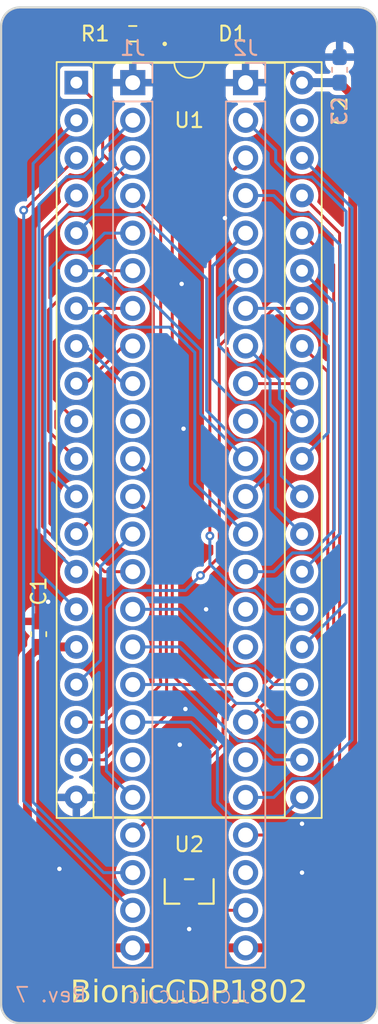
<source format=kicad_pcb>
(kicad_pcb (version 20240108) (generator "pcbnew") (generator_version "8.0")
  (title_block (title "BionicCDP1802") (date "2024-12-10") (rev "7") (company "Tadashi G. Takaoka"))
  (layers (0 "F.Cu" signal) (31 "B.Cu" signal) (34 "B.Paste" user) (35 "F.Paste" user) (36 "B.SilkS" user "B.Silkscreen") (37 "F.SilkS" user "F.Silkscreen") (38 "B.Mask" user) (39 "F.Mask" user) (44 "Edge.Cuts" user))
  (net 0 "")
  (net 1 "VCC")
  (net 2 "GND")
  (net 3 "Net-(D1-K)")
  (net 4 "/P10")
  (net 5 "/P11")
  (net 6 "/P12")
  (net 7 "/P13")
  (net 8 "/P14")
  (net 9 "/P15")
  (net 10 "/P16")
  (net 11 "/P17")
  (net 13 "/P30")
  (net 14 "/P31")
  (net 15 "/P32")
  (net 16 "/P33")
  (net 17 "/P34")
  (net 18 "/P35")
  (net 19 "/P36")
  (net 20 "/P37")
  (net 22 "/P50")
  (net 23 "/P51")
  (net 24 "/P52")
  (net 25 "/P53")
  (net 26 "Net-(J2-P57)")
  (net 28 "/P55")
  (net 29 "/P54")
  (net 31 "/P47")
  (net 32 "/P46")
  (net 35 "/P43")
  (net 36 "/P42")
  (net 37 "/P41")
  (net 38 "/P40")
  (net 40 "/P27")
  (net 41 "/P26")
  (net 42 "/P25")
  (net 43 "/P24")
  (net 44 "/P23")
  (net 45 "/P22")
  (net 46 "/P21")
  (net 47 "/P20")
  (footprint "microchip:SOT-23_MC_MCH-M" (layer "F.Cu") (at 113.7 129.69 180)
    (property "Reference" "U2" (at 0 3.175 0) (layer "F.SilkS"))
    (property "Value" "11AA010-I/TT")
    (fp_line (start 1.652 0.827) (end 1.652 -0.827) (stroke (width 0.1524)) (layer "F.SilkS"))
    (fp_line (start 1.652 -0.827) (end 0.66294 -0.827) (stroke (width 0.1524)) (layer "F.SilkS"))
    (fp_line (start -0.287061 0.827) (end 0.287061 0.827) (stroke (width 0.1524)) (layer "F.SilkS"))
    (fp_line (start -0.66294 -0.827) (end -1.652 -0.827) (stroke (width 0.1524)) (layer "F.SilkS"))
    (fp_line (start -1.652 -0.827) (end -1.652 0.827) (stroke (width 0.1524)) (layer "F.SilkS"))
    (pad "1" smd rect (at -0.950001 1.066 180) (size 0.6604 1.6256) (layers "F.Cu" "F.Paste" "F.Mask") (net 26 "Net-(J2-P57)"))
    (pad "2" smd rect (at 0.950001 1.066 180) (size 0.6604 1.6256) (layers "F.Cu" "F.Paste" "F.Mask") (net 1 "VCC"))
    (pad "3" smd rect (at 0 -1.066 180) (size 0.6604 1.6256) (layers "F.Cu" "F.Paste" "F.Mask") (net 2 "GND"))
  )
  (footprint "Resistor_SMD:R_0603_1608Metric_Pad0.98x0.95mm_HandSolder" (layer "F.Cu") (at 109.89 71.778 180)
    (property "Reference" "R1" (at 2.54 0 0) (layer "F.SilkS"))
    (property "Value" "1.6k")
    (fp_line (start -0.254724 0.5225) (end 0.254724 0.5225) (stroke (width 0.12)) (layer "F.SilkS"))
    (fp_line (start -0.254724 -0.5225) (end 0.254724 -0.5225) (stroke (width 0.12)) (layer "F.SilkS"))
    (pad "1" smd roundrect (at -0.9125 0 180) (size 0.975 0.95) (layers "F.Cu" "F.Paste" "F.Mask") (net 3 "Net-(D1-K)"))
    (pad "2" smd roundrect (at 0.9125 0 180) (size 0.975 0.95) (layers "F.Cu" "F.Paste" "F.Mask") (net 2 "GND"))
  )
  (footprint "rhom:LED_CSL1901UW1_ROM-M" (layer "F.Cu") (at 113.7 71.778)
    (property "Reference" "D1" (at 2.921 0 0) (layer "F.SilkS"))
    (property "Value" "CSL1901UW1")
    (fp_circle (center -1.651 0.6858) (end -1.5748 0.6858) (stroke (width 0.1524)) (fill none) (layer "F.SilkS"))
    (pad "1" smd rect (at -0.8763 0) (size 0.9652 0.762) (layers "F.Cu" "F.Paste" "F.Mask") (net 3 "Net-(D1-K)"))
    (pad "2" smd rect (at 0.8763 0) (size 0.9652 0.762) (layers "F.Cu" "F.Paste" "F.Mask") (net 1 "VCC"))
    (zone (net 0) (net_name "") (layer "F.Cu") (connect_pads (clearance 0)) (min_thickness 0.254)
      (keepout (tracks not_allowed) (vias not_allowed) (pads allowed) (copperpour not_allowed) (footprints allowed))
      (fill (thermal_gap 0.508) (thermal_bridge_width 0.508))
      (polygon (pts (xy 113.3571 71.4224) (xy 114.0429 71.4224) (xy 114.0429 72.1336) (xy 113.3571 72.1336)))
    )
  )
  (footprint "Capacitor_SMD:C_0603_1608Metric_Pad1.08x0.95mm_HandSolder" (layer "F.Cu") (at 103.54 112.3175 90)
    (property "Reference" "C1" (at 2.8945 0 90) (layer "F.SilkS"))
    (property "Value" "0.1u")
    (fp_line (start -0.146267 -0.51) (end 0.146267 -0.51) (stroke (width 0.12)) (layer "F.SilkS"))
    (fp_line (start -0.146267 0.51) (end 0.146267 0.51) (stroke (width 0.12)) (layer "F.SilkS"))
    (pad "1" smd roundrect (at -0.8625 0 90) (size 1.075 0.95) (layers "F.Cu" "F.Paste" "F.Mask") (net 1 "VCC"))
    (pad "2" smd roundrect (at 0.8625 0 90) (size 1.075 0.95) (layers "F.Cu" "F.Paste" "F.Mask") (net 2 "GND"))
  )
  (footprint "Capacitor_SMD:C_0603_1608Metric_Pad1.08x0.95mm_HandSolder" (layer "F.Cu") (at 123.86 74.2164 90)
    (property "Reference" "C2" (at -2.794 0 90) (layer "F.SilkS"))
    (property "Value" "22u")
    (fp_line (start -0.146267 -0.51) (end 0.146267 -0.51) (stroke (width 0.12)) (layer "F.SilkS"))
    (fp_line (start -0.146267 0.51) (end 0.146267 0.51) (stroke (width 0.12)) (layer "F.SilkS"))
    (pad "1" smd roundrect (at -0.8625 0 90) (size 1.075 0.95) (layers "F.Cu" "F.Paste" "F.Mask") (net 1 "VCC"))
    (pad "2" smd roundrect (at 0.8625 0 90) (size 1.075 0.95) (layers "F.Cu" "F.Paste" "F.Mask") (net 2 "GND"))
  )
  (footprint "bionic:DIP-40_W15.24mm_Socket" (layer "F.Cu") (at 106.08 75.08)
    (property "Reference" "U1" (at 7.62 2.54 0) (layer "F.SilkS"))
    (property "Value" "CDP1802")
    (fp_line (start -1.33 -1.39) (end -1.33 49.65) (stroke (width 0.12)) (layer "F.SilkS"))
    (fp_line (start -1.33 49.65) (end 16.57 49.65) (stroke (width 0.12)) (layer "F.SilkS"))
    (fp_line (start 1.16 -1.33) (end 1.16 49.59) (stroke (width 0.12)) (layer "F.SilkS"))
    (fp_line (start 1.16 49.59) (end 14.08 49.59) (stroke (width 0.12)) (layer "F.SilkS"))
    (fp_line (start 6.62 -1.33) (end 1.16 -1.33) (stroke (width 0.12)) (layer "F.SilkS"))
    (fp_line (start 14.08 -1.33) (end 8.62 -1.33) (stroke (width 0.12)) (layer "F.SilkS"))
    (fp_line (start 14.08 49.59) (end 14.08 -1.33) (stroke (width 0.12)) (layer "F.SilkS"))
    (fp_line (start 16.57 -1.39) (end -1.33 -1.39) (stroke (width 0.12)) (layer "F.SilkS"))
    (fp_line (start 16.57 49.65) (end 16.57 -1.39) (stroke (width 0.12)) (layer "F.SilkS"))
    (fp_arc (start 8.62 -1.33) (mid 7.62 -0.33) (end 6.62 -1.33) (stroke (width 0.12)) (layer "F.SilkS"))
    (pad "1" thru_hole rect (at 0 0) (size 1.6 1.6) (drill 0.8) (layers "*.Cu" "*.Mask") (net 32 "/P46"))
    (pad "2" thru_hole oval (at 0 2.54) (size 1.6 1.6) (drill 0.8) (layers "*.Cu" "*.Mask") (net 24 "/P52"))
    (pad "3" thru_hole oval (at 0 5.08) (size 1.6 1.6) (drill 0.8) (layers "*.Cu" "*.Mask") (net 25 "/P53"))
    (pad "4" thru_hole oval (at 0 7.62) (size 1.6 1.6) (drill 0.8) (layers "*.Cu" "*.Mask") (net 16 "/P33"))
    (pad "5" thru_hole oval (at 0 10.16) (size 1.6 1.6) (drill 0.8) (layers "*.Cu" "*.Mask") (net 37 "/P41"))
    (pad "6" thru_hole oval (at 0 12.7) (size 1.6 1.6) (drill 0.8) (layers "*.Cu" "*.Mask") (net 38 "/P40"))
    (pad "7" thru_hole oval (at 0 15.24) (size 1.6 1.6) (drill 0.8) (layers "*.Cu" "*.Mask") (net 36 "/P42"))
    (pad "8" thru_hole oval (at 0 17.78) (size 1.6 1.6) (drill 0.8) (layers "*.Cu" "*.Mask") (net 11 "/P17"))
    (pad "9" thru_hole oval (at 0 20.32) (size 1.6 1.6) (drill 0.8) (layers "*.Cu" "*.Mask") (net 10 "/P16"))
    (pad "10" thru_hole oval (at 0 22.86) (size 1.6 1.6) (drill 0.8) (layers "*.Cu" "*.Mask") (net 9 "/P15"))
    (pad "11" thru_hole oval (at 0 25.4) (size 1.6 1.6) (drill 0.8) (layers "*.Cu" "*.Mask") (net 8 "/P14"))
    (pad "12" thru_hole oval (at 0 27.94) (size 1.6 1.6) (drill 0.8) (layers "*.Cu" "*.Mask") (net 7 "/P13"))
    (pad "13" thru_hole oval (at 0 30.48) (size 1.6 1.6) (drill 0.8) (layers "*.Cu" "*.Mask") (net 6 "/P12"))
    (pad "14" thru_hole oval (at 0 33.02) (size 1.6 1.6) (drill 0.8) (layers "*.Cu" "*.Mask") (net 5 "/P11"))
    (pad "15" thru_hole oval (at 0 35.56) (size 1.6 1.6) (drill 0.8) (layers "*.Cu" "*.Mask") (net 4 "/P10"))
    (pad "16" thru_hole oval (at 0 38.1) (size 1.6 1.6) (drill 0.8) (layers "*.Cu" "*.Mask") (net 1 "VCC"))
    (pad "17" thru_hole oval (at 0 40.64) (size 1.6 1.6) (drill 0.8) (layers "*.Cu" "*.Mask") (net 15 "/P32"))
    (pad "18" thru_hole oval (at 0 43.18) (size 1.6 1.6) (drill 0.8) (layers "*.Cu" "*.Mask") (net 14 "/P31"))
    (pad "19" thru_hole oval (at 0 45.72) (size 1.6 1.6) (drill 0.8) (layers "*.Cu" "*.Mask") (net 13 "/P30"))
    (pad "20" thru_hole oval (at 0 48.26) (size 1.6 1.6) (drill 0.8) (layers "*.Cu" "*.Mask") (net 2 "GND"))
    (pad "21" thru_hole oval (at 15.24 48.26) (size 1.6 1.6) (drill 0.8) (layers "*.Cu" "*.Mask") (net 20 "/P37"))
    (pad "22" thru_hole oval (at 15.24 45.72) (size 1.6 1.6) (drill 0.8) (layers "*.Cu" "*.Mask") (net 19 "/P36"))
    (pad "23" thru_hole oval (at 15.24 43.18) (size 1.6 1.6) (drill 0.8) (layers "*.Cu" "*.Mask") (net 18 "/P35"))
    (pad "24" thru_hole oval (at 15.24 40.64) (size 1.6 1.6) (drill 0.8) (layers "*.Cu" "*.Mask") (net 17 "/P34"))
    (pad "25" thru_hole oval (at 15.24 38.1) (size 1.6 1.6) (drill 0.8) (layers "*.Cu" "*.Mask") (net 47 "/P20"))
    (pad "26" thru_hole oval (at 15.24 35.56) (size 1.6 1.6) (drill 0.8) (layers "*.Cu" "*.Mask") (net 46 "/P21"))
    (pad "27" thru_hole oval (at 15.24 33.02) (size 1.6 1.6) (drill 0.8) (layers "*.Cu" "*.Mask") (net 45 "/P22"))
    (pad "28" thru_hole oval (at 15.24 30.48) (size 1.6 1.6) (drill 0.8) (layers "*.Cu" "*.Mask") (net 44 "/P23"))
    (pad "29" thru_hole oval (at 15.24 27.94) (size 1.6 1.6) (drill 0.8) (layers "*.Cu" "*.Mask") (net 43 "/P24"))
    (pad "30" thru_hole oval (at 15.24 25.4) (size 1.6 1.6) (drill 0.8) (layers "*.Cu" "*.Mask") (net 42 "/P25"))
    (pad "31" thru_hole oval (at 15.24 22.86) (size 1.6 1.6) (drill 0.8) (layers "*.Cu" "*.Mask") (net 41 "/P26"))
    (pad "32" thru_hole oval (at 15.24 20.32) (size 1.6 1.6) (drill 0.8) (layers "*.Cu" "*.Mask") (net 40 "/P27"))
    (pad "33" thru_hole oval (at 15.24 17.78) (size 1.6 1.6) (drill 0.8) (layers "*.Cu" "*.Mask") (net 23 "/P51"))
    (pad "34" thru_hole oval (at 15.24 15.24) (size 1.6 1.6) (drill 0.8) (layers "*.Cu" "*.Mask") (net 22 "/P50"))
    (pad "35" thru_hole oval (at 15.24 12.7) (size 1.6 1.6) (drill 0.8) (layers "*.Cu" "*.Mask") (net 35 "/P43"))
    (pad "36" thru_hole oval (at 15.24 10.16) (size 1.6 1.6) (drill 0.8) (layers "*.Cu" "*.Mask") (net 31 "/P47"))
    (pad "37" thru_hole oval (at 15.24 7.62) (size 1.6 1.6) (drill 0.8) (layers "*.Cu" "*.Mask") (net 28 "/P55"))
    (pad "38" thru_hole oval (at 15.24 5.08) (size 1.6 1.6) (drill 0.8) (layers "*.Cu" "*.Mask") (net 29 "/P54"))
    (pad "39" thru_hole oval (at 15.24 2.54) (size 1.6 1.6) (drill 0.8) (layers "*.Cu" "*.Mask"))
    (pad "40" thru_hole oval (at 15.24 0) (size 1.6 1.6) (drill 0.8) (layers "*.Cu" "*.Mask") (net 1 "VCC"))
  )
  (footprint "bionic:Bionic-P245_Vertical" (layer "B.Cu") (at 117.51 75.08 180)
    (property "Reference" "J2" (at 0 2.33 0) (layer "B.SilkS") (effects (justify mirror)))
    (property "Value" "Bionic-P245")
    (fp_line (start 1.33 -1.27) (end -1.33 -1.27) (stroke (width 0.12)) (layer "B.SilkS"))
    (fp_line (start 1.33 -59.75) (end 1.33 -1.27) (stroke (width 0.12)) (layer "B.SilkS"))
    (fp_line (start 1.33 -59.75) (end -1.33 -59.75) (stroke (width 0.12)) (layer "B.SilkS"))
    (fp_line (start 0 1.33) (end -1.33 1.33) (stroke (width 0.12)) (layer "B.SilkS"))
    (fp_line (start -1.33 1.33) (end -1.33 0) (stroke (width 0.12)) (layer "B.SilkS"))
    (fp_line (start -1.33 -59.75) (end -1.33 -1.27) (stroke (width 0.12)) (layer "B.SilkS"))
    (pad "25" thru_hole oval (at 0 -58.42 180) (size 1.7 1.7) (drill 1) (layers "*.Cu" "*.Mask") (net 1 "VCC"))
    (pad "26" thru_hole oval (at 0 -55.88 180) (size 1.7 1.7) (drill 1) (layers "*.Cu" "*.Mask") (net 26 "Net-(J2-P57)"))
    (pad "27" thru_hole oval (at 0 -53.34 180) (size 1.7 1.7) (drill 1) (layers "*.Cu" "*.Mask"))
    (pad "28" thru_hole oval (at 0 -50.8 180) (size 1.7 1.7) (drill 1) (layers "*.Cu" "*.Mask") (net 28 "/P55"))
    (pad "29" thru_hole oval (at 0 -48.26 180) (size 1.7 1.7) (drill 1) (layers "*.Cu" "*.Mask") (net 29 "/P54"))
    (pad "30" thru_hole oval (at 0 -45.72 180) (size 1.7 1.7) (drill 1) (layers "*.Cu" "*.Mask"))
    (pad "31" thru_hole oval (at 0 -43.18 180) (size 1.7 1.7) (drill 1) (layers "*.Cu" "*.Mask") (net 31 "/P47"))
    (pad "32" thru_hole oval (at 0 -40.64 180) (size 1.7 1.7) (drill 1) (layers "*.Cu" "*.Mask") (net 32 "/P46"))
    (pad "33" thru_hole oval (at 0 -38.1 180) (size 1.7 1.7) (drill 1) (layers "*.Cu" "*.Mask"))
    (pad "34" thru_hole oval (at 0 -35.56 180) (size 1.7 1.7) (drill 1) (layers "*.Cu" "*.Mask"))
    (pad "35" thru_hole oval (at 0 -33.02 180) (size 1.7 1.7) (drill 1) (layers "*.Cu" "*.Mask") (net 35 "/P43"))
    (pad "36" thru_hole oval (at 0 -30.48 180) (size 1.7 1.7) (drill 1) (layers "*.Cu" "*.Mask") (net 36 "/P42"))
    (pad "37" thru_hole oval (at 0 -27.94 180) (size 1.7 1.7) (drill 1) (layers "*.Cu" "*.Mask") (net 37 "/P41"))
    (pad "38" thru_hole oval (at 0 -25.4 180) (size 1.7 1.7) (drill 1) (layers "*.Cu" "*.Mask") (net 38 "/P40"))
    (pad "39" thru_hole oval (at 0 -22.86 180) (size 1.7 1.7) (drill 1) (layers "*.Cu" "*.Mask"))
    (pad "40" thru_hole oval (at 0 -20.32 180) (size 1.7 1.7) (drill 1) (layers "*.Cu" "*.Mask") (net 40 "/P27"))
    (pad "41" thru_hole oval (at 0 -17.78 180) (size 1.7 1.7) (drill 1) (layers "*.Cu" "*.Mask") (net 41 "/P26"))
    (pad "42" thru_hole oval (at 0 -15.24 180) (size 1.7 1.7) (drill 1) (layers "*.Cu" "*.Mask") (net 42 "/P25"))
    (pad "43" thru_hole oval (at 0 -12.7 180) (size 1.7 1.7) (drill 1) (layers "*.Cu" "*.Mask") (net 43 "/P24"))
    (pad "44" thru_hole oval (at 0 -10.16 180) (size 1.7 1.7) (drill 1) (layers "*.Cu" "*.Mask") (net 44 "/P23"))
    (pad "45" thru_hole oval (at 0 -7.62 180) (size 1.7 1.7) (drill 1) (layers "*.Cu" "*.Mask") (net 45 "/P22"))
    (pad "46" thru_hole oval (at 0 -5.08 180) (size 1.7 1.7) (drill 1) (layers "*.Cu" "*.Mask") (net 46 "/P21"))
    (pad "47" thru_hole oval (at 0 -2.54 180) (size 1.7 1.7) (drill 1) (layers "*.Cu" "*.Mask") (net 47 "/P20"))
    (pad "48" thru_hole rect (at 0 0 180) (size 1.7 1.7) (drill 1) (layers "*.Cu" "*.Mask") (net 2 "GND"))
  )
  (footprint "bionic:Bionic-P135_Vertical" (layer "B.Cu") (at 109.89 75.08 180)
    (property "Reference" "J1" (at 0 2.33 0) (layer "B.SilkS") (effects (justify mirror)))
    (property "Value" "Bionic-P135")
    (fp_line (start 1.33 -1.27) (end -1.33 -1.27) (stroke (width 0.12)) (layer "B.SilkS"))
    (fp_line (start 1.33 -59.75) (end 1.33 -1.27) (stroke (width 0.12)) (layer "B.SilkS"))
    (fp_line (start 1.33 -59.75) (end -1.33 -59.75) (stroke (width 0.12)) (layer "B.SilkS"))
    (fp_line (start 0 1.33) (end -1.33 1.33) (stroke (width 0.12)) (layer "B.SilkS"))
    (fp_line (start -1.33 1.33) (end -1.33 0) (stroke (width 0.12)) (layer "B.SilkS"))
    (fp_line (start -1.33 -59.75) (end -1.33 -1.27) (stroke (width 0.12)) (layer "B.SilkS"))
    (pad "1" thru_hole rect (at 0 0 180) (size 1.7 1.7) (drill 1) (layers "*.Cu" "*.Mask") (net 2 "GND"))
    (pad "2" thru_hole oval (at 0 -2.54 180) (size 1.7 1.7) (drill 1) (layers "*.Cu" "*.Mask") (net 4 "/P10"))
    (pad "3" thru_hole oval (at 0 -5.08 180) (size 1.7 1.7) (drill 1) (layers "*.Cu" "*.Mask") (net 5 "/P11"))
    (pad "4" thru_hole oval (at 0 -7.62 180) (size 1.7 1.7) (drill 1) (layers "*.Cu" "*.Mask") (net 6 "/P12"))
    (pad "5" thru_hole oval (at 0 -10.16 180) (size 1.7 1.7) (drill 1) (layers "*.Cu" "*.Mask") (net 7 "/P13"))
    (pad "6" thru_hole oval (at 0 -12.7 180) (size 1.7 1.7) (drill 1) (layers "*.Cu" "*.Mask") (net 8 "/P14"))
    (pad "7" thru_hole oval (at 0 -15.24 180) (size 1.7 1.7) (drill 1) (layers "*.Cu" "*.Mask") (net 9 "/P15"))
    (pad "8" thru_hole oval (at 0 -17.78 180) (size 1.7 1.7) (drill 1) (layers "*.Cu" "*.Mask") (net 10 "/P16"))
    (pad "9" thru_hole oval (at 0 -20.32 180) (size 1.7 1.7) (drill 1) (layers "*.Cu" "*.Mask") (net 11 "/P17"))
    (pad "10" thru_hole oval (at 0 -22.86 180) (size 1.7 1.7) (drill 1) (layers "*.Cu" "*.Mask"))
    (pad "11" thru_hole oval (at 0 -25.4 180) (size 1.7 1.7) (drill 1) (layers "*.Cu" "*.Mask") (net 13 "/P30"))
    (pad "12" thru_hole oval (at 0 -27.94 180) (size 1.7 1.7) (drill 1) (layers "*.Cu" "*.Mask") (net 14 "/P31"))
    (pad "13" thru_hole oval (at 0 -30.48 180) (size 1.7 1.7) (drill 1) (layers "*.Cu" "*.Mask") (net 15 "/P32"))
    (pad "14" thru_hole oval (at 0 -33.02 180) (size 1.7 1.7) (drill 1) (layers "*.Cu" "*.Mask") (net 16 "/P33"))
    (pad "15" thru_hole oval (at 0 -35.56 180) (size 1.7 1.7) (drill 1) (layers "*.Cu" "*.Mask") (net 17 "/P34"))
    (pad "16" thru_hole oval (at 0 -38.1 180) (size 1.7 1.7) (drill 1) (layers "*.Cu" "*.Mask") (net 18 "/P35"))
    (pad "17" thru_hole oval (at 0 -40.64 180) (size 1.7 1.7) (drill 1) (layers "*.Cu" "*.Mask") (net 19 "/P36"))
    (pad "18" thru_hole oval (at 0 -43.18 180) (size 1.7 1.7) (drill 1) (layers "*.Cu" "*.Mask") (net 20 "/P37"))
    (pad "19" thru_hole oval (at 0 -45.72 180) (size 1.7 1.7) (drill 1) (layers "*.Cu" "*.Mask"))
    (pad "20" thru_hole oval (at 0 -48.26 180) (size 1.7 1.7) (drill 1) (layers "*.Cu" "*.Mask") (net 22 "/P50"))
    (pad "21" thru_hole oval (at 0 -50.8 180) (size 1.7 1.7) (drill 1) (layers "*.Cu" "*.Mask") (net 23 "/P51"))
    (pad "22" thru_hole oval (at 0 -53.34 180) (size 1.7 1.7) (drill 1) (layers "*.Cu" "*.Mask") (net 24 "/P52"))
    (pad "23" thru_hole oval (at 0 -55.88 180) (size 1.7 1.7) (drill 1) (layers "*.Cu" "*.Mask") (net 25 "/P53"))
    (pad "24" thru_hole oval (at 0 -58.42 180) (size 1.7 1.7) (drill 1) (layers "*.Cu" "*.Mask") (net 1 "VCC"))
  )
  (footprint "Capacitor_SMD:C_0603_1608Metric_Pad1.08x0.95mm_HandSolder" (layer "B.Cu") (at 123.86 74.2164 90)
    (property "Reference" "C3" (at -2.794 0 90) (layer "B.SilkS") (effects (justify mirror)))
    (property "Value" "0.1u")
    (fp_line (start 0.146267 -0.51) (end -0.146267 -0.51) (stroke (width 0.12)) (layer "B.SilkS"))
    (fp_line (start 0.146267 0.51) (end -0.146267 0.51) (stroke (width 0.12)) (layer "B.SilkS"))
    (pad "1" smd roundrect (at -0.8625 0 90) (size 1.075 0.95) (layers "B.Cu" "B.Paste" "B.Mask") (net 1 "VCC"))
    (pad "2" smd roundrect (at 0.8625 0 90) (size 1.075 0.95) (layers "B.Cu" "B.Paste" "B.Mask") (net 2 "GND"))
  )
  (gr_line (start 126.4 71.27) (end 126.4 137.31) (stroke (width 0.15)) (layer "Edge.Cuts"))
  (gr_line (start 125.13 70) (end 102.27 70) (stroke (width 0.15)) (layer "Edge.Cuts"))
  (gr_arc (start 101 71.27) (mid 101.371974 70.371974) (end 102.27 70) (stroke (width 0.15)) (layer "Edge.Cuts"))
  (gr_line (start 125.13 138.58) (end 102.27 138.58) (stroke (width 0.15)) (layer "Edge.Cuts"))
  (gr_arc (start 126.4 137.31) (mid 126.028026 138.208026) (end 125.13 138.58) (stroke (width 0.15)) (layer "Edge.Cuts"))
  (gr_arc (start 125.13 70) (mid 126.028026 70.371974) (end 126.4 71.27) (stroke (width 0.15)) (layer "Edge.Cuts"))
  (gr_line (start 101 137.31) (end 101 71.27) (stroke (width 0.15)) (layer "Edge.Cuts"))
  (gr_arc (start 102.27 138.58) (mid 101.371974 138.208026) (end 101 137.31) (stroke (width 0.15)) (layer "Edge.Cuts"))
  (gr_text "Rev. 7" (at 106.842 136.675 0) (layer "B.SilkS") (effects (font (size 1 1)) (justify left mirror)))
  (gr_text "JLCJLCJLCJLC" (at 113.7 137.31 0) (layer "B.SilkS") (effects (font (size 0.8 0.8)) (justify bottom mirror)))
  (gr_text "BionicCDP1802" (at 113.7 136.548 0) (layer "F.SilkS") (effects (font (size 1.5 1.5))))
  (segment (start 107.096 133.5) (end 102.778 129.182) (width 0.6) (layer "F.Cu") (net 1))
  (segment (start 117.51 133.5) (end 120.431 133.5) (width 0.6) (layer "F.Cu") (net 1))
  (segment (start 109.89 133.5) (end 107.096 133.5) (width 0.6) (layer "F.Cu") (net 1))
  (segment (start 120.431 133.5) (end 124.749 129.182) (width 0.6) (layer "F.Cu") (net 1))
  (segment (start 124.749 129.182) (end 124.749 75.9679) (width 0.6) (layer "F.Cu") (net 1))
  (segment (start 103.54 113.18) (end 106.08 113.18) (width 0.6) (layer "F.Cu") (net 1))
  (segment (start 114.5763 71.778) (end 118.018 71.778) (width 0.2) (layer "F.Cu") (net 1))
  (segment (start 109.89 133.5) (end 112.43 133.5) (width 0.6) (layer "F.Cu") (net 1))
  (segment (start 123.86 75.0789) (end 123.8589 75.08) (width 0.6) (layer "F.Cu") (net 1))
  (segment (start 123.8589 75.08) (end 121.32 75.08) (width 0.6) (layer "F.Cu") (net 1))
  (segment (start 102.778 129.182) (end 102.778 113.942) (width 0.6) (layer "F.Cu") (net 1))
  (segment (start 112.749999 128.624) (end 112.749999 133.5) (width 0.2) (layer "F.Cu") (net 1))
  (segment (start 112.43 133.5) (end 117.51 133.5) (width 0.6) (layer "F.Cu") (net 1))
  (segment (start 124.749 75.9679) (end 123.86 75.0789) (width 0.6) (layer "F.Cu") (net 1))
  (segment (start 118.018 71.778) (end 121.32 75.08) (width 0.2) (layer "F.Cu") (net 1))
  (segment (start 102.778 113.942) (end 103.54 113.18) (width 0.6) (layer "F.Cu") (net 1))
  (segment (start 121.3211 75.0789) (end 121.32 75.08) (width 0.6) (layer "B.Cu") (net 1))
  (segment (start 123.86 75.0789) (end 121.3211 75.0789) (width 0.6) (layer "B.Cu") (net 1))
  (via (at 116.113 84.224) (size 0.6) (drill 0.3) (layers "F.Cu" "B.Cu") (net 2))
  (via (at 113.319 98.448) (size 0.6) (drill 0.3) (layers "F.Cu" "B.Cu") (net 2))
  (via (at 121.32 125.118) (size 0.6) (drill 0.3) (layers "F.Cu" "B.Cu") (net 2))
  (via (at 121.32 128.42) (size 0.6) (drill 0.3) (layers "F.Cu" "B.Cu") (net 2))
  (via (at 114.843 110.64) (size 0.6) (drill 0.3) (layers "F.Cu" "B.Cu") (net 2))
  (via (at 113.192 88.669) (size 0.6) (drill 0.3) (layers "F.Cu" "B.Cu") (net 2))
  (via (at 113.065 119.784) (size 0.6) (drill 0.3) (layers "F.Cu" "B.Cu") (net 2))
  (via (at 104.175 110.132) (size 0.6) (drill 0.3) (layers "F.Cu" "B.Cu") (net 2))
  (via (at 104.937 128.166) (size 0.6) (drill 0.3) (layers "F.Cu" "B.Cu") (net 2))
  (via (at 113.7 132.23) (size 0.6) (drill 0.3) (layers "F.Cu" "B.Cu") (net 2))
  (via (at 113.446 117.371) (size 0.6) (drill 0.3) (layers "F.Cu" "B.Cu") (net 2))
  (segment (start 112.8237 71.778) (end 110.8025 71.778) (width 0.2) (layer "F.Cu") (net 3))
  (segment (start 107.858 80.16) (end 107.858 79.652) (width 0.2) (layer "B.Cu") (net 4))
  (segment (start 103.559 108.119) (end 103.559 83.316) (width 0.2) (layer "B.Cu") (net 4))
  (segment (start 105.445 81.43) (end 106.588 81.43) (width 0.2) (layer "B.Cu") (net 4))
  (segment (start 106.588 81.43) (end 107.858 80.16) (width 0.2) (layer "B.Cu") (net 4))
  (segment (start 103.559 83.316) (end 105.445 81.43) (width 0.2) (layer "B.Cu") (net 4))
  (segment (start 106.08 110.64) (end 103.559 108.119) (width 0.2) (layer "B.Cu") (net 4))
  (segment (start 107.858 79.652) (end 109.89 77.62) (width 0.2) (layer "B.Cu") (net 4))
  (segment (start 106.08 108.1) (end 103.959 105.979) (width 0.2) (layer "B.Cu") (net 5))
  (segment (start 103.959 105.979) (end 103.959 85.5322) (width 0.2) (layer "B.Cu") (net 5))
  (segment (start 103.959 85.5322) (end 105.5212 83.97) (width 0.2) (layer "B.Cu") (net 5))
  (segment (start 107.858 82.192) (end 109.89 80.16) (width 0.2) (layer "B.Cu") (net 5))
  (segment (start 105.5212 83.97) (end 106.588 83.97) (width 0.2) (layer "B.Cu") (net 5))
  (segment (start 106.588 83.97) (end 107.858 82.7) (width 0.2) (layer "B.Cu") (net 5))
  (segment (start 107.858 82.7) (end 107.858 82.192) (width 0.2) (layer "B.Cu") (net 5))
  (segment (start 109.255 99.21) (end 107.858 100.607) (width 0.2) (layer "F.Cu") (net 6))
  (segment (start 111.776 97.959) (end 110.525 99.21) (width 0.2) (layer "F.Cu") (net 6))
  (segment (start 110.525 99.21) (end 109.255 99.21) (width 0.2) (layer "F.Cu") (net 6))
  (segment (start 107.858 103.782) (end 106.08 105.56) (width 0.2) (layer "F.Cu") (net 6))
  (segment (start 109.89 82.7) (end 111.776 84.586) (width 0.2) (layer "F.Cu") (net 6))
  (segment (start 111.776 84.586) (end 111.776 97.959) (width 0.2) (layer "F.Cu") (net 6))
  (segment (start 107.858 100.607) (end 107.858 103.782) (width 0.2) (layer "F.Cu") (net 6))
  (segment (start 106.08 103.02) (end 106.334 102.766) (width 0.2) (layer "B.Cu") (net 7))
  (segment (start 107.985 85.24) (end 106.6896 86.5354) (width 0.2) (layer "B.Cu") (net 7))
  (segment (start 105.3901 86.5354) (end 104.359 87.5665) (width 0.2) (layer "B.Cu") (net 7))
  (segment (start 106.6896 86.5354) (end 105.3901 86.5354) (width 0.2) (layer "B.Cu") (net 7))
  (segment (start 109.89 85.24) (end 107.985 85.24) (width 0.2) (layer "B.Cu") (net 7))
  (segment (start 104.359 101.299) (end 106.08 103.02) (width 0.2) (layer "B.Cu") (net 7))
  (segment (start 104.359 87.5665) (end 104.359 101.299) (width 0.2) (layer "B.Cu") (net 7))
  (segment (start 109.89 87.78) (end 107.985 87.78) (width 0.2) (layer "F.Cu") (net 8))
  (segment (start 104.194 98.594) (end 106.08 100.48) (width 0.2) (layer "F.Cu") (net 8))
  (segment (start 106.715 89.05) (end 105.572 89.05) (width 0.2) (layer "F.Cu") (net 8))
  (segment (start 105.572 89.05) (end 104.194 90.428) (width 0.2) (layer "F.Cu") (net 8))
  (segment (start 104.194 90.428) (end 104.194 98.594) (width 0.2) (layer "F.Cu") (net 8))
  (segment (start 107.985 87.78) (end 106.715 89.05) (width 0.2) (layer "F.Cu") (net 8))
  (segment (start 105.572 91.59) (end 104.594 92.568) (width 0.2) (layer "F.Cu") (net 9))
  (segment (start 109.89 90.32) (end 107.858 90.32) (width 0.2) (layer "F.Cu") (net 9))
  (segment (start 104.594 92.568) (end 104.594 96.454) (width 0.2) (layer "F.Cu") (net 9))
  (segment (start 107.858 90.32) (end 106.588 91.59) (width 0.2) (layer "F.Cu") (net 9))
  (segment (start 106.588 91.59) (end 105.572 91.59) (width 0.2) (layer "F.Cu") (net 9))
  (segment (start 104.594 96.454) (end 106.08 97.94) (width 0.2) (layer "F.Cu") (net 9))
  (segment (start 109.255 92.86) (end 106.715 95.4) (width 0.2) (layer "F.Cu") (net 10))
  (segment (start 106.588 95.4) (end 106.08 95.4) (width 0.2) (layer "F.Cu") (net 10))
  (segment (start 106.715 95.4) (end 106.08 95.4) (width 0.2) (layer "F.Cu") (net 10))
  (segment (start 109.89 92.86) (end 109.255 92.86) (width 0.2) (layer "F.Cu") (net 10))
  (segment (start 109.89 95.4) (end 109.255 95.4) (width 0.2) (layer "B.Cu") (net 11))
  (segment (start 109.255 95.4) (end 106.715 92.86) (width 0.2) (layer "B.Cu") (net 11))
  (segment (start 106.715 92.86) (end 106.08 92.86) (width 0.2) (layer "B.Cu") (net 11))
  (segment (start 106.08 92.86) (end 106.842 92.86) (width 0.2) (layer "B.Cu") (net 11))
  (segment (start 112.157 115.250685) (end 112.176 115.269685) (width 0.2) (layer "F.Cu") (net 13))
  (segment (start 112.176 117.752) (end 110.398 119.53) (width 0.2) (layer "F.Cu") (net 13))
  (segment (start 109.255 119.53) (end 107.985 120.8) (width 0.2) (layer "F.Cu") (net 13))
  (segment (start 112.176 115.269685) (end 112.176 117.752) (width 0.2) (layer "F.Cu") (net 13))
  (segment (start 112.157 102.747) (end 112.157 115.250685) (width 0.2) (layer "F.Cu") (net 13))
  (segment (start 107.985 120.8) (end 106.08 120.8) (width 0.2) (layer "F.Cu") (net 13))
  (segment (start 109.89 100.48) (end 112.157 102.747) (width 0.2) (layer "F.Cu") (net 13))
  (segment (start 110.398 119.53) (end 109.255 119.53) (width 0.2) (layer "F.Cu") (net 13))
  (segment (start 111.757 104.887) (end 109.89 103.02) (width 0.2) (layer "F.Cu") (net 14))
  (segment (start 111.776 115.435371) (end 111.757 115.41637) (width 0.2) (layer "F.Cu") (net 14))
  (segment (start 111.776 115.739) (end 111.776 115.435371) (width 0.2) (layer "F.Cu") (net 14))
  (segment (start 106.08 118.26) (end 107.985 118.26) (width 0.2) (layer "F.Cu") (net 14))
  (segment (start 110.525 116.99) (end 111.776 115.739) (width 0.2) (layer "F.Cu") (net 14))
  (segment (start 109.255 116.99) (end 110.525 116.99) (width 0.2) (layer "F.Cu") (net 14))
  (segment (start 111.757 115.41637) (end 111.757 104.887) (width 0.2) (layer "F.Cu") (net 14))
  (segment (start 107.985 118.26) (end 109.255 116.99) (width 0.2) (layer "F.Cu") (net 14))
  (segment (start 107.712 114.088) (end 106.08 115.72) (width 0.2) (layer "B.Cu") (net 15))
  (segment (start 109.89 105.56) (end 107.712 107.738) (width 0.2) (layer "B.Cu") (net 15))
  (segment (start 107.712 107.738) (end 107.712 114.088) (width 0.2) (layer "B.Cu") (net 15))
  (segment (start 105.572 106.83) (end 103.794 105.052) (width 0.2) (layer "F.Cu") (net 16))
  (segment (start 103.794 84.986) (end 106.08 82.7) (width 0.2) (layer "F.Cu") (net 16))
  (segment (start 109.89 108.1) (end 107.985 108.1) (width 0.2) (layer "F.Cu") (net 16))
  (segment (start 106.715 106.83) (end 105.572 106.83) (width 0.2) (layer "F.Cu") (net 16))
  (segment (start 107.985 108.1) (end 106.715 106.83) (width 0.2) (layer "F.Cu") (net 16))
  (segment (start 103.794 105.052) (end 103.794 84.986) (width 0.2) (layer "F.Cu") (net 16))
  (segment (start 121.32 115.72) (end 119.415 115.72) (width 0.2) (layer "B.Cu") (net 17))
  (segment (start 119.415 115.72) (end 118.145 114.45) (width 0.2) (layer "B.Cu") (net 17))
  (segment (start 113.065 110.64) (end 109.89 110.64) (width 0.2) (layer "B.Cu") (net 17))
  (segment (start 116.875 114.45) (end 113.065 110.64) (width 0.2) (layer "B.Cu") (net 17))
  (segment (start 118.145 114.45) (end 116.875 114.45) (width 0.2) (layer "B.Cu") (net 17))
  (segment (start 113.065 113.18) (end 116.875 116.99) (width 0.2) (layer "B.Cu") (net 18))
  (segment (start 116.875 116.99) (end 118.145 116.99) (width 0.2) (layer "B.Cu") (net 18))
  (segment (start 119.415 118.26) (end 121.32 118.26) (width 0.2) (layer "B.Cu") (net 18))
  (segment (start 109.89 113.18) (end 113.065 113.18) (width 0.2) (layer "B.Cu") (net 18))
  (segment (start 118.145 116.99) (end 119.415 118.26) (width 0.2) (layer "B.Cu") (net 18))
  (segment (start 113.192 115.72) (end 117.002 119.53) (width 0.2) (layer "B.Cu") (net 19))
  (segment (start 119.415 120.8) (end 121.32 120.8) (width 0.2) (layer "B.Cu") (net 19))
  (segment (start 118.145 119.53) (end 119.415 120.8) (width 0.2) (layer "B.Cu") (net 19))
  (segment (start 117.002 119.53) (end 118.145 119.53) (width 0.2) (layer "B.Cu") (net 19))
  (segment (start 109.89 115.72) (end 113.192 115.72) (width 0.2) (layer "B.Cu") (net 19))
  (segment (start 115.605 120.038) (end 115.605 123.6575) (width 0.2) (layer "B.Cu") (net 20))
  (segment (start 116.5575 124.61) (end 120.05 124.61) (width 0.2) (layer "B.Cu") (net 20))
  (segment (start 120.05 124.61) (end 121.32 123.34) (width 0.2) (layer "B.Cu") (net 20))
  (segment (start 109.89 118.26) (end 113.827 118.26) (width 0.2) (layer "B.Cu") (net 20))
  (segment (start 115.605 123.6575) (end 116.5575 124.61) (width 0.2) (layer "B.Cu") (net 20))
  (segment (start 113.827 118.26) (end 115.605 120.038) (width 0.2) (layer "B.Cu") (net 20))
  (segment (start 117.002 91.59) (end 118.145 91.59) (width 0.2) (layer "F.Cu") (net 22))
  (segment (start 115.732 92.86) (end 117.002 91.59) (width 0.2) (layer "F.Cu") (net 22))
  (segment (start 119.415 90.32) (end 121.32 90.32) (width 0.2) (layer "F.Cu") (net 22))
  (segment (start 114.462 108.354) (end 115.732 107.084) (width 0.2) (layer "F.Cu") (net 22))
  (segment (start 115.732 107.084) (end 115.732 92.86) (width 0.2) (layer "F.Cu") (net 22))
  (segment (start 118.145 91.59) (end 119.415 90.32) (width 0.2) (layer "F.Cu") (net 22))
  (via (at 114.462 108.354) (size 0.6) (drill 0.3) (layers "F.Cu" "B.Cu") (net 22))
  (segment (start 108.112 121.562) (end 109.89 123.34) (width 0.2) (layer "B.Cu") (net 22))
  (segment (start 109.255 109.37) (end 108.112 110.513) (width 0.2) (layer "B.Cu") (net 22))
  (segment (start 114.462 108.354) (end 113.446 109.37) (width 0.2) (layer "B.Cu") (net 22))
  (segment (start 108.112 110.513) (end 108.112 121.562) (width 0.2) (layer "B.Cu") (net 22))
  (segment (start 113.446 109.37) (end 109.255 109.37) (width 0.2) (layer "B.Cu") (net 22))
  (segment (start 115.986 119.784) (end 109.89 125.88) (width 0.2) (layer "F.Cu") (net 23))
  (segment (start 121.955 114.45) (end 120.685 114.45) (width 0.2) (layer "F.Cu") (net 23))
  (segment (start 118.145 116.99) (end 116.875 116.99) (width 0.2) (layer "F.Cu") (net 23))
  (segment (start 120.685 114.45) (end 118.145 116.99) (width 0.2) (layer "F.Cu") (net 23))
  (segment (start 121.32 92.86) (end 123.06 94.6) (width 0.2) (layer "F.Cu") (net 23))
  (segment (start 123.06 94.6) (end 123.06 113.345) (width 0.2) (layer "F.Cu") (net 23))
  (segment (start 123.06 113.345) (end 121.955 114.45) (width 0.2) (layer "F.Cu") (net 23))
  (segment (start 116.875 116.99) (end 115.986 117.879) (width 0.2) (layer "F.Cu") (net 23))
  (segment (start 115.986 117.879) (end 115.986 119.784) (width 0.2) (layer "F.Cu") (net 23))
  (segment (start 109.89 128.42) (end 107.915686 128.42) (width 0.2) (layer "B.Cu") (net 24))
  (segment (start 103.159 80.541) (end 106.08 77.62) (width 0.2) (layer "B.Cu") (net 24))
  (segment (start 103.159 123.663314) (end 103.159 80.541) (width 0.2) (layer "B.Cu") (net 24))
  (segment (start 107.915686 128.42) (end 103.159 123.663314) (width 0.2) (layer "B.Cu") (net 24))
  (segment (start 102.546 83.694) (end 106.08 80.16) (width 0.2) (layer "F.Cu") (net 25))
  (segment (start 102.524 83.694) (end 102.546 83.694) (width 0.2) (layer "F.Cu") (net 25))
  (via (at 102.524 83.694) (size 0.6) (drill 0.3) (layers "F.Cu" "B.Cu") (net 25))
  (segment (start 102.524 123.594) (end 109.89 130.96) (width 0.2) (layer "B.Cu") (net 25))
  (segment (start 102.524 83.694) (end 102.524 123.594) (width 0.2) (layer "B.Cu") (net 25))
  (segment (start 114.650001 129.370001) (end 116.24 130.96) (width 0.2) (layer "F.Cu") (net 26))
  (segment (start 116.24 130.96) (end 117.51 130.96) (width 0.2) (layer "F.Cu") (net 26))
  (segment (start 114.650001 128.624) (end 114.650001 129.370001) (width 0.2) (layer "F.Cu") (net 26))
  (segment (start 122.082 125.88) (end 117.51 125.88) (width 0.2) (layer "F.Cu") (net 28))
  (segment (start 123.86 124.102) (end 122.082 125.88) (width 0.2) (layer "F.Cu") (net 28))
  (segment (start 121.32 82.7) (end 123.86 85.24) (width 0.2) (layer "F.Cu") (net 28))
  (segment (start 123.86 85.24) (end 123.86 124.102) (width 0.2) (layer "F.Cu") (net 28))
  (segment (start 124.698 119.454) (end 124.698 83.538) (width 0.2) (layer "B.Cu") (net 29))
  (segment (start 119.415 123.34) (end 120.685 122.07) (width 0.2) (layer "B.Cu") (net 29))
  (segment (start 124.698 83.538) (end 121.32 80.16) (width 0.2) (layer "B.Cu") (net 29))
  (segment (start 120.685 122.07) (end 122.082 122.07) (width 0.2) (layer "B.Cu") (net 29))
  (segment (start 117.51 123.34) (end 119.415 123.34) (width 0.2) (layer "B.Cu") (net 29))
  (segment (start 122.082 122.07) (end 124.698 119.454) (width 0.2) (layer "B.Cu") (net 29))
  (segment (start 121.955 116.99) (end 118.78 116.99) (width 0.2) (layer "F.Cu") (net 31))
  (segment (start 123.46 87.38) (end 123.46 115.485) (width 0.2) (layer "F.Cu") (net 31))
  (segment (start 121.32 85.24) (end 123.46 87.38) (width 0.2) (layer "F.Cu") (net 31))
  (segment (start 123.46 115.485) (end 121.955 116.99) (width 0.2) (layer "F.Cu") (net 31))
  (segment (start 118.78 116.99) (end 117.51 118.26) (width 0.2) (layer "F.Cu") (net 31))
  (segment (start 112.557 115.085) (end 112.557 83.462) (width 0.2) (layer "F.Cu") (net 32))
  (segment (start 117.51 115.72) (end 113.192 115.72) (width 0.2) (layer "F.Cu") (net 32))
  (segment (start 109.382 81.43) (end 107.858 79.906) (width 0.2) (layer "F.Cu") (net 32))
  (segment (start 107.858 79.906) (end 107.858 76.858) (width 0.2) (layer "F.Cu") (net 32))
  (segment (start 107.858 76.858) (end 106.08 75.08) (width 0.2) (layer "F.Cu") (net 32))
  (segment (start 113.192 115.72) (end 112.557 115.085) (width 0.2) (layer "F.Cu") (net 32))
  (segment (start 110.525 81.43) (end 109.382 81.43) (width 0.2) (layer "F.Cu") (net 32))
  (segment (start 112.557 83.462) (end 110.525 81.43) (width 0.2) (layer "F.Cu") (net 32))
  (segment (start 119.415 108.1) (end 117.51 108.1) (width 0.2) (layer "B.Cu") (net 35))
  (segment (start 120.685 106.83) (end 119.415 108.1) (width 0.2) (layer "B.Cu") (net 35))
  (segment (start 123.498 89.958) (end 123.498 105.277635) (width 0.2) (layer "B.Cu") (net 35))
  (segment (start 121.32 87.78) (end 123.498 89.958) (width 0.2) (layer "B.Cu") (net 35))
  (segment (start 123.498 105.277635) (end 121.945635 106.83) (width 0.2) (layer "B.Cu") (net 35))
  (segment (start 117.51 107.7811) (end 117.51 108.1) (width 0.2) (layer "B.Cu") (net 35))
  (segment (start 121.945635 106.83) (end 120.685 106.83) (width 0.2) (layer "B.Cu") (net 35))
  (segment (start 114.081 93.298686) (end 114.081 102.131) (width 0.2) (layer "B.Cu") (net 36))
  (segment (start 109.128 91.59) (end 112.372314 91.59) (width 0.2) (layer "B.Cu") (net 36))
  (segment (start 106.08 90.32) (end 107.858 90.32) (width 0.2) (layer "B.Cu") (net 36))
  (segment (start 107.858 90.32) (end 109.128 91.59) (width 0.2) (layer "B.Cu") (net 36))
  (segment (start 114.081 102.131) (end 117.51 105.56) (width 0.2) (layer "B.Cu") (net 36))
  (segment (start 112.372314 91.59) (end 114.081 93.298686) (width 0.2) (layer "B.Cu") (net 36))
  (segment (start 119.034 101.496) (end 119.034 100.099) (width 0.2) (layer "B.Cu") (net 37))
  (segment (start 117.51 103.02) (end 119.034 101.496) (width 0.2) (layer "B.Cu") (net 37))
  (segment (start 114.881 97.216) (end 114.881 88.326) (width 0.2) (layer "B.Cu") (net 37))
  (segment (start 118.145 99.21) (end 116.875 99.21) (width 0.2) (layer "B.Cu") (net 37))
  (segment (start 119.034 100.099) (end 118.145 99.21) (width 0.2) (layer "B.Cu") (net 37))
  (segment (start 107.3246 83.9954) (end 106.08 85.24) (width 0.2) (layer "B.Cu") (net 37))
  (segment (start 114.881 88.326) (end 110.5504 83.9954) (width 0.2) (layer "B.Cu") (net 37))
  (segment (start 116.875 99.21) (end 114.881 97.216) (width 0.2) (layer "B.Cu") (net 37))
  (segment (start 110.5504 83.9954) (end 107.3246 83.9954) (width 0.2) (layer "B.Cu") (net 37))
  (segment (start 106.08 87.78) (end 107.985 87.78) (width 0.2) (layer "B.Cu") (net 38))
  (segment (start 114.481 97.451) (end 117.51 100.48) (width 0.2) (layer "B.Cu") (net 38))
  (segment (start 110.398 89.05) (end 114.481 93.133001) (width 0.2) (layer "B.Cu") (net 38))
  (segment (start 114.481 93.133001) (end 114.481 97.451) (width 0.2) (layer "B.Cu") (net 38))
  (segment (start 109.255 89.05) (end 110.398 89.05) (width 0.2) (layer "B.Cu") (net 38))
  (segment (start 107.985 87.78) (end 109.255 89.05) (width 0.2) (layer "B.Cu") (net 38))
  (segment (start 117.51 95.4) (end 121.32 95.4) (width 0.2) (layer "F.Cu") (net 40))
  (segment (start 119.796 95.146) (end 119.796 96.416) (width 0.2) (layer "B.Cu") (net 41))
  (segment (start 119.796 96.416) (end 121.32 97.94) (width 0.2) (layer "B.Cu") (net 41))
  (segment (start 117.51 92.86) (end 119.796 95.146) (width 0.2) (layer "B.Cu") (net 41))
  (segment (start 123.098 92.86) (end 123.098 98.702) (width 0.2) (layer "B.Cu") (net 42))
  (segment (start 120.812 91.59) (end 121.828 91.59) (width 0.2) (layer "B.Cu") (net 42))
  (segment (start 121.828 91.59) (end 123.098 92.86) (width 0.2) (layer "B.Cu") (net 42))
  (segment (start 119.542 90.32) (end 120.812 91.59) (width 0.2) (layer "B.Cu") (net 42))
  (segment (start 123.098 98.702) (end 121.32 100.48) (width 0.2) (layer "B.Cu") (net 42))
  (segment (start 117.51 90.32) (end 119.542 90.32) (width 0.2) (layer "B.Cu") (net 42))
  (segment (start 117.002 94.13) (end 118.145 94.13) (width 0.2) (layer "B.Cu") (net 43))
  (segment (start 119.923 101.623) (end 121.32 103.02) (width 0.2) (layer "B.Cu") (net 43))
  (segment (start 115.681 92.809) (end 117.002 94.13) (width 0.2) (layer "B.Cu") (net 43))
  (segment (start 119.161 95.146) (end 119.161 96.797) (width 0.2) (layer "B.Cu") (net 43))
  (segment (start 117.51 87.78) (end 115.681 89.609) (width 0.2) (layer "B.Cu") (net 43))
  (segment (start 118.145 94.13) (end 119.161 95.146) (width 0.2) (layer "B.Cu") (net 43))
  (segment (start 115.681 89.609) (end 115.681 92.809) (width 0.2) (layer "B.Cu") (net 43))
  (segment (start 119.923 97.559) (end 119.923 101.623) (width 0.2) (layer "B.Cu") (net 43))
  (segment (start 119.161 96.797) (end 119.923 97.559) (width 0.2) (layer "B.Cu") (net 43))
  (segment (start 121.32 105.9544) (end 121.32 105.56) (width 0.2) (layer "B.Cu") (net 44))
  (segment (start 121.32 105.56) (end 119.523 103.763) (width 0.2) (layer "B.Cu") (net 44))
  (segment (start 115.281 95.095) (end 115.281 87.469) (width 0.2) (layer "B.Cu") (net 44))
  (segment (start 115.281 87.469) (end 117.51 85.24) (width 0.2) (layer "B.Cu") (net 44))
  (segment (start 119.523 98.048) (end 118.145 96.67) (width 0.2) (layer "B.Cu") (net 44))
  (segment (start 116.856 96.67) (end 115.281 95.095) (width 0.2) (layer "B.Cu") (net 44))
  (segment (start 119.523 103.763) (end 119.523 98.048) (width 0.2) (layer "B.Cu") (net 44))
  (segment (start 118.145 96.67) (end 116.856 96.67) (width 0.2) (layer "B.Cu") (net 44))
  (segment (start 117.51 82.7) (end 119.415 82.7) (width 0.2) (layer "B.Cu") (net 45))
  (segment (start 121.828 83.97) (end 123.898 86.04) (width 0.2) (layer "B.Cu") (net 45))
  (segment (start 123.898 86.04) (end 123.898 105.522) (width 0.2) (layer "B.Cu") (net 45))
  (segment (start 120.685 83.97) (end 121.828 83.97) (width 0.2) (layer "B.Cu") (net 45))
  (segment (start 123.898 105.522) (end 121.32 108.1) (width 0.2) (layer "B.Cu") (net 45))
  (segment (start 119.415 82.7) (end 120.685 83.97) (width 0.2) (layer "B.Cu") (net 45))
  (segment (start 115.097 105.687) (end 115.097 82.573) (width 0.2) (layer "F.Cu") (net 46))
  (segment (start 115.097 82.573) (end 117.51 80.16) (width 0.2) (layer "F.Cu") (net 46))
  (via (at 115.097 105.687) (size 0.6) (drill 0.3) (layers "F.Cu" "B.Cu") (net 46))
  (segment (start 118.145 109.37) (end 119.415 110.64) (width 0.2) (layer "B.Cu") (net 46))
  (segment (start 115.097 107.592) (end 116.875 109.37) (width 0.2) (layer "B.Cu") (net 46))
  (segment (start 116.875 109.37) (end 118.145 109.37) (width 0.2) (layer "B.Cu") (net 46))
  (segment (start 115.097 105.687) (end 115.097 107.592) (width 0.2) (layer "B.Cu") (net 46))
  (segment (start 119.415 110.64) (end 121.32 110.64) (width 0.2) (layer "B.Cu") (net 46))
  (segment (start 121.9804 81.4554) (end 124.298 83.773) (width 0.2) (layer "B.Cu") (net 47))
  (segment (start 124.298 110.202) (end 121.32 113.18) (width 0.2) (layer "B.Cu") (net 47))
  (segment (start 124.298 83.773) (end 124.298 110.202) (width 0.2) (layer "B.Cu") (net 47))
  (segment (start 119.542 79.652) (end 119.542 80.414) (width 0.2) (layer "B.Cu") (net 47))
  (segment (start 119.542 80.414) (end 120.5834 81.4554) (width 0.2) (layer "B.Cu") (net 47))
  (segment (start 120.5834 81.4554) (end 121.9804 81.4554) (width 0.2) (layer "B.Cu") (net 47))
  (segment (start 117.51 77.62) (end 119.542 79.652) (width 0.2) (layer "B.Cu") (net 47))
  (zone (net 2) (net_name "GND") (layers "F&B.Cu") (connect_pads (clearance 0.3)) (min_thickness 0.2) (fill yes (thermal_gap 0.5) (thermal_bridge_width 0.5))
    (polygon (pts (xy 101 70) (xy 126.4 70) (xy 126.4 138.58) (xy 101 138.58)))
  )
)
</source>
